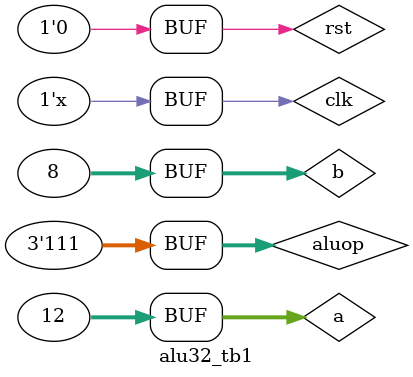
<source format=v>
`define DELAY 30
module alu32_tb1();

reg signed [31:0] a, b;
reg [2:0] aluop;
reg clk, rst;

wire signed [31:0] result;

alu32 alu(clk, rst, a, b, aluop, result);

initial begin

a = 12;
b = 8;

aluop[2] = 0;	aluop[1] = 0; aluop[0] = 0;	 
#`DELAY;

aluop[2] = 0;	aluop[1] = 0; aluop[0] = 1;	 
#`DELAY;

aluop[2] = 0;	aluop[1] = 1; aluop[0] = 0;
a = 12;
b = 8;
clk = 1'b0;
rst = 1;
#4
rst = 0;
#230	 
#`DELAY;

aluop[2] = 0;	aluop[1] = 1; aluop[0] = 1;	 
#`DELAY;

aluop[2] = 1;	aluop[1] = 0; aluop[0] = 0;	 
#`DELAY;

aluop[2] = 1;	aluop[1] = 0; aluop[0] = 1;	 
#`DELAY;

aluop[2] = 1;	aluop[1] = 1; aluop[0] = 0;	 
#`DELAY;

aluop[2] = 1;	aluop[1] = 1; aluop[0] = 1;	 
#`DELAY;

end

always
	begin
		#2 clk = ~clk;
	end
 
initial begin
$monitor("\ntime = %1d\nALUOP = %3b (decimal= %1d)\na = %32b (decimal= %1d)\nb = %32b (decimal= %1d) \nresult = %32b (decimal = %1d)",
 $time, aluop, aluop, a, a, b, b, result, result);
end
endmodule

</source>
